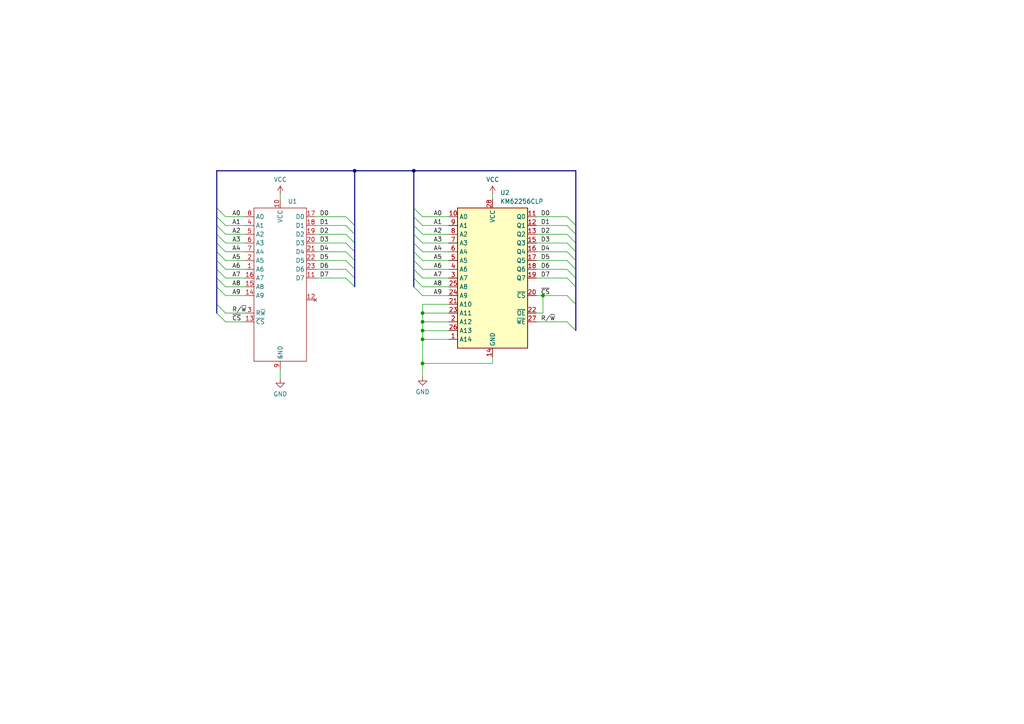
<source format=kicad_sch>
(kicad_sch (version 20230121) (generator eeschema)
  (paper "A4")
  (lib_symbols
    (symbol "KIM-1:8x6102"
      (property "Reference" "U" (at -6.35 46.99 0))
      (property "Value" "8x6102" (at 3.81 46.99 0))
      (symbol "8x6102_0_1"
        (rectangle (start -7.62 45.72) (end 7.62 1.27))
      )
      (symbol "8x6102_1_1"
        (pin input line (at -10.16 27.94 0) (length 2.54) (name "A6") (number "1"))
        (pin power_in line (at 0 48.26 270) (length 2.54) (name "VCC") (number "10"))
        (pin input line (at 10.16 25.4 180) (length 2.54) (name "D7") (number "11"))
        (pin no_connect line (at 10.16 19.05 180) (length 2.54) (name "") (number "12"))
        (pin input line (at -10.16 12.7 0) (length 2.54) (name "~{CS}") (number "13"))
        (pin input line (at -10.16 20.32 0) (length 2.54) (name "A9") (number "14"))
        (pin input line (at -10.16 22.86 0) (length 2.54) (name "A8") (number "15"))
        (pin input line (at -10.16 25.4 0) (length 2.54) (name "A7") (number "16"))
        (pin input line (at 10.16 43.18 180) (length 2.54) (name "D0") (number "17"))
        (pin input line (at 10.16 40.64 180) (length 2.54) (name "D1") (number "18"))
        (pin input line (at 10.16 38.1 180) (length 2.54) (name "D2") (number "19"))
        (pin input line (at -10.16 30.48 0) (length 2.54) (name "A5") (number "2"))
        (pin input line (at 10.16 35.56 180) (length 2.54) (name "D3") (number "20"))
        (pin input line (at 10.16 33.02 180) (length 2.54) (name "D4") (number "21"))
        (pin input line (at 10.16 30.48 180) (length 2.54) (name "D5") (number "22"))
        (pin input line (at 10.16 27.94 180) (length 2.54) (name "D6") (number "23"))
        (pin input line (at -10.16 15.24 0) (length 2.54) (name "R~{W}") (number "3"))
        (pin input line (at -10.16 40.64 0) (length 2.54) (name "A1") (number "4"))
        (pin input line (at -10.16 38.1 0) (length 2.54) (name "A2") (number "5"))
        (pin input line (at -10.16 35.56 0) (length 2.54) (name "A3") (number "6"))
        (pin input line (at -10.16 33.02 0) (length 2.54) (name "A4") (number "7"))
        (pin input line (at -10.16 43.18 0) (length 2.54) (name "A0") (number "8"))
        (pin power_in line (at 0 -1.27 90) (length 2.54) (name "GND") (number "9"))
      )
    )
    (symbol "Memory_RAM:KM62256CLP"
      (property "Reference" "U" (at -10.16 20.955 0))
      (property "Value" "KM62256CLP" (at 2.54 20.955 0))
      (symbol "KM62256CLP_0_0"
        (pin power_in line (at 0 -22.86 90) (length 2.54) (name "GND") (number "14"))
        (pin power_in line (at 0 22.86 270) (length 2.54) (name "VCC") (number "28"))
      )
      (symbol "KM62256CLP_0_1"
        (rectangle (start -10.16 20.32) (end 10.16 -20.32) (stroke (width 0.254)) (fill (type background)))
      )
      (symbol "KM62256CLP_1_1"
        (pin input line (at -12.7 -17.78 0) (length 2.54) (name "A14") (number "1"))
        (pin input line (at -12.7 17.78 0) (length 2.54) (name "A0") (number "10"))
        (pin tri_state line (at 12.7 17.78 180) (length 2.54) (name "Q0") (number "11"))
        (pin tri_state line (at 12.7 15.24 180) (length 2.54) (name "Q1") (number "12"))
        (pin tri_state line (at 12.7 12.7 180) (length 2.54) (name "Q2") (number "13"))
        (pin tri_state line (at 12.7 10.16 180) (length 2.54) (name "Q3") (number "15"))
        (pin tri_state line (at 12.7 7.62 180) (length 2.54) (name "Q4") (number "16"))
        (pin tri_state line (at 12.7 5.08 180) (length 2.54) (name "Q5") (number "17"))
        (pin tri_state line (at 12.7 2.54 180) (length 2.54) (name "Q6") (number "18"))
        (pin tri_state line (at 12.7 0 180) (length 2.54) (name "Q7") (number "19"))
        (pin input line (at -12.7 -12.7 0) (length 2.54) (name "A12") (number "2"))
        (pin input line (at 12.7 -5.08 180) (length 2.54) (name "~{CS}") (number "20"))
        (pin input line (at -12.7 -7.62 0) (length 2.54) (name "A10") (number "21"))
        (pin input line (at 12.7 -10.16 180) (length 2.54) (name "~{OE}") (number "22"))
        (pin input line (at -12.7 -10.16 0) (length 2.54) (name "A11") (number "23"))
        (pin input line (at -12.7 -5.08 0) (length 2.54) (name "A9") (number "24"))
        (pin input line (at -12.7 -2.54 0) (length 2.54) (name "A8") (number "25"))
        (pin input line (at -12.7 -15.24 0) (length 2.54) (name "A13") (number "26"))
        (pin input line (at 12.7 -12.7 180) (length 2.54) (name "~{WE}") (number "27"))
        (pin input line (at -12.7 0 0) (length 2.54) (name "A7") (number "3"))
        (pin input line (at -12.7 2.54 0) (length 2.54) (name "A6") (number "4"))
        (pin input line (at -12.7 5.08 0) (length 2.54) (name "A5") (number "5"))
        (pin input line (at -12.7 7.62 0) (length 2.54) (name "A4") (number "6"))
        (pin input line (at -12.7 10.16 0) (length 2.54) (name "A3") (number "7"))
        (pin input line (at -12.7 12.7 0) (length 2.54) (name "A2") (number "8"))
        (pin input line (at -12.7 15.24 0) (length 2.54) (name "A1") (number "9"))
      )
    )
    (symbol "power:GND" (power) (pin_names (offset 0))
      (property "Value" "GND" (at 0 -3.81 0))
      (symbol "GND_0_1"
        (polyline (pts (xy 0 0) (xy 0 -1.27) (xy 1.27 -1.27) (xy 0 -2.54) (xy -1.27 -1.27) (xy 0 -1.27)))
      )
      (symbol "GND_1_1"
        (pin power_in line (at 0 0 270) (length 0) hide (name "GND") (number "1"))
      )
    )
    (symbol "power:VCC" (power) (pin_names (offset 0))
      (property "Value" "VCC" (at 0 3.81 0))
      (symbol "VCC_0_1"
        (polyline (pts (xy -0.762 1.27) (xy 0 2.54)))
        (polyline (pts (xy 0 0) (xy 0 2.54)))
        (polyline (pts (xy 0 2.54) (xy 0.762 1.27)))
      )
      (symbol "VCC_1_1"
        (pin power_in line (at 0 0 90) (length 0) hide (name "VCC") (number "1"))
      )
    )
  )
  (junction (at 120.015 49.53))
  (junction (at 122.555 98.425))
  (junction (at 102.87 49.53))
  (junction (at 122.555 95.885))
  (junction (at 157.48 85.725))
  (junction (at 122.555 93.345))
  (junction (at 122.555 105.41))
  (junction (at 122.555 90.805))
  (bus_entry (at 120.015 60.325) (size 2.54 2.54))
  (bus_entry (at 62.865 88.265) (size 2.54 2.54))
  (bus_entry (at 62.865 60.325) (size 2.54 2.54))
  (bus_entry (at 100.33 73.025) (size 2.54 2.54))
  (bus_entry (at 164.465 65.405) (size 2.54 2.54))
  (bus_entry (at 62.865 75.565) (size 2.54 2.54))
  (bus_entry (at 100.33 70.485) (size 2.54 2.54))
  (bus_entry (at 120.015 83.185) (size 2.54 2.54))
  (bus_entry (at 120.015 75.565) (size 2.54 2.54))
  (bus_entry (at 100.33 67.945) (size 2.54 2.54))
  (bus_entry (at 164.465 70.485) (size 2.54 2.54))
  (bus_entry (at 164.465 93.345) (size 2.54 2.54))
  (bus_entry (at 120.015 73.025) (size 2.54 2.54))
  (bus_entry (at 164.465 80.645) (size 2.54 2.54))
  (bus_entry (at 164.465 75.565) (size 2.54 2.54))
  (bus_entry (at 62.865 78.105) (size 2.54 2.54))
  (bus_entry (at 62.865 67.945) (size 2.54 2.54))
  (bus_entry (at 62.865 65.405) (size 2.54 2.54))
  (bus_entry (at 164.465 67.945) (size 2.54 2.54))
  (bus_entry (at 62.865 90.805) (size 2.54 2.54))
  (bus_entry (at 62.865 70.485) (size 2.54 2.54))
  (bus_entry (at 62.865 80.645) (size 2.54 2.54))
  (bus_entry (at 62.865 83.185) (size 2.54 2.54))
  (bus_entry (at 120.015 65.405) (size 2.54 2.54))
  (bus_entry (at 164.465 85.725) (size 2.54 2.54))
  (bus_entry (at 100.33 62.865) (size 2.54 2.54))
  (bus_entry (at 120.015 80.645) (size 2.54 2.54))
  (bus_entry (at 164.465 62.865) (size 2.54 2.54))
  (bus_entry (at 120.015 67.945) (size 2.54 2.54))
  (bus_entry (at 100.33 65.405) (size 2.54 2.54))
  (bus_entry (at 62.865 73.025) (size 2.54 2.54))
  (bus_entry (at 100.33 75.565) (size 2.54 2.54))
  (bus_entry (at 100.33 78.105) (size 2.54 2.54))
  (bus_entry (at 164.465 73.025) (size 2.54 2.54))
  (bus_entry (at 120.015 70.485) (size 2.54 2.54))
  (bus_entry (at 100.33 80.645) (size 2.54 2.54))
  (bus_entry (at 120.015 78.105) (size 2.54 2.54))
  (bus_entry (at 120.015 62.865) (size 2.54 2.54))
  (bus_entry (at 62.865 62.865) (size 2.54 2.54))
  (bus_entry (at 164.465 78.105) (size 2.54 2.54))
  (wire (pts (xy 91.44 67.945) (xy 100.33 67.945)))
  (bus (pts (xy 120.015 62.865) (xy 120.015 60.325)))
  (bus (pts (xy 62.865 60.325) (xy 62.865 62.865)))
  (wire (pts (xy 122.555 93.345) (xy 122.555 95.885)))
  (wire (pts (xy 65.405 90.805) (xy 71.12 90.805)))
  (wire (pts (xy 122.555 65.405) (xy 130.175 65.405)))
  (bus (pts (xy 102.87 65.405) (xy 102.87 49.53)))
  (wire (pts (xy 122.555 95.885) (xy 130.175 95.885)))
  (bus (pts (xy 120.015 65.405) (xy 120.015 62.865)))
  (wire (pts (xy 65.405 93.345) (xy 71.12 93.345)))
  (wire (pts (xy 157.48 85.725) (xy 164.465 85.725)))
  (wire (pts (xy 81.28 56.515) (xy 81.28 57.785)))
  (bus (pts (xy 62.865 65.405) (xy 62.865 67.945)))
  (bus (pts (xy 120.015 78.105) (xy 120.015 75.565)))
  (bus (pts (xy 167.005 70.485) (xy 167.005 67.945)))
  (wire (pts (xy 122.555 73.025) (xy 130.175 73.025)))
  (bus (pts (xy 62.865 80.645) (xy 62.865 83.185)))
  (bus (pts (xy 102.87 49.53) (xy 62.865 49.53)))
  (bus (pts (xy 167.005 65.405) (xy 167.005 49.53)))
  (wire (pts (xy 65.405 85.725) (xy 71.12 85.725)))
  (wire (pts (xy 65.405 73.025) (xy 71.12 73.025)))
  (wire (pts (xy 155.575 75.565) (xy 164.465 75.565)))
  (wire (pts (xy 155.575 80.645) (xy 164.465 80.645)))
  (bus (pts (xy 102.87 78.105) (xy 102.87 75.565)))
  (wire (pts (xy 122.555 90.805) (xy 130.175 90.805)))
  (wire (pts (xy 155.575 67.945) (xy 164.465 67.945)))
  (wire (pts (xy 91.44 65.405) (xy 100.33 65.405)))
  (wire (pts (xy 65.405 65.405) (xy 71.12 65.405)))
  (wire (pts (xy 91.44 80.645) (xy 100.33 80.645)))
  (bus (pts (xy 167.005 88.265) (xy 167.005 83.185)))
  (wire (pts (xy 91.44 70.485) (xy 100.33 70.485)))
  (bus (pts (xy 62.865 90.805) (xy 62.865 88.265)))
  (bus (pts (xy 120.015 78.105) (xy 120.015 80.645)))
  (wire (pts (xy 155.575 90.805) (xy 157.48 90.805)))
  (bus (pts (xy 62.865 75.565) (xy 62.865 78.105)))
  (bus (pts (xy 167.005 73.025) (xy 167.005 70.485)))
  (bus (pts (xy 102.87 75.565) (xy 102.87 73.025)))
  (wire (pts (xy 122.555 88.265) (xy 122.555 90.805)))
  (bus (pts (xy 62.865 73.025) (xy 62.865 75.565)))
  (wire (pts (xy 81.28 107.315) (xy 81.28 109.855)))
  (bus (pts (xy 167.005 75.565) (xy 167.005 73.025)))
  (wire (pts (xy 142.875 105.41) (xy 122.555 105.41)))
  (wire (pts (xy 65.405 78.105) (xy 71.12 78.105)))
  (wire (pts (xy 142.875 103.505) (xy 142.875 105.41)))
  (wire (pts (xy 91.44 78.105) (xy 100.33 78.105)))
  (bus (pts (xy 167.005 49.53) (xy 120.015 49.53)))
  (wire (pts (xy 91.44 73.025) (xy 100.33 73.025)))
  (wire (pts (xy 155.575 73.025) (xy 164.465 73.025)))
  (bus (pts (xy 102.87 70.485) (xy 102.87 73.025)))
  (wire (pts (xy 155.575 62.865) (xy 164.465 62.865)))
  (bus (pts (xy 102.87 70.485) (xy 102.87 67.945)))
  (bus (pts (xy 120.015 75.565) (xy 120.015 73.025)))
  (wire (pts (xy 157.48 90.805) (xy 157.48 85.725)))
  (wire (pts (xy 122.555 75.565) (xy 130.175 75.565)))
  (bus (pts (xy 167.005 95.885) (xy 167.005 88.265)))
  (bus (pts (xy 120.015 49.53) (xy 102.87 49.53)))
  (wire (pts (xy 65.405 83.185) (xy 71.12 83.185)))
  (bus (pts (xy 120.015 73.025) (xy 120.015 70.485)))
  (bus (pts (xy 62.865 62.865) (xy 62.865 65.405)))
  (bus (pts (xy 120.015 60.325) (xy 120.015 49.53)))
  (wire (pts (xy 155.575 70.485) (xy 164.465 70.485)))
  (bus (pts (xy 62.865 67.945) (xy 62.865 70.485)))
  (wire (pts (xy 122.555 78.105) (xy 130.175 78.105)))
  (wire (pts (xy 122.555 70.485) (xy 130.175 70.485)))
  (wire (pts (xy 155.575 65.405) (xy 164.465 65.405)))
  (bus (pts (xy 102.87 80.645) (xy 102.87 78.105)))
  (bus (pts (xy 62.865 49.53) (xy 62.865 60.325)))
  (wire (pts (xy 122.555 83.185) (xy 130.175 83.185)))
  (wire (pts (xy 142.875 56.515) (xy 142.875 57.785)))
  (wire (pts (xy 122.555 98.425) (xy 122.555 105.41)))
  (wire (pts (xy 122.555 90.805) (xy 122.555 93.345)))
  (wire (pts (xy 65.405 62.865) (xy 71.12 62.865)))
  (bus (pts (xy 167.005 80.645) (xy 167.005 78.105)))
  (wire (pts (xy 65.405 80.645) (xy 71.12 80.645)))
  (wire (pts (xy 155.575 93.345) (xy 164.465 93.345)))
  (wire (pts (xy 91.44 75.565) (xy 100.33 75.565)))
  (bus (pts (xy 167.005 83.185) (xy 167.005 80.645)))
  (wire (pts (xy 122.555 62.865) (xy 130.175 62.865)))
  (bus (pts (xy 120.015 67.945) (xy 120.015 70.485)))
  (wire (pts (xy 65.405 67.945) (xy 71.12 67.945)))
  (wire (pts (xy 122.555 95.885) (xy 122.555 98.425)))
  (wire (pts (xy 65.405 70.485) (xy 71.12 70.485)))
  (bus (pts (xy 102.87 83.185) (xy 102.87 80.645)))
  (bus (pts (xy 62.865 83.185) (xy 62.865 88.265)))
  (bus (pts (xy 62.865 78.105) (xy 62.865 80.645)))
  (wire (pts (xy 122.555 98.425) (xy 130.175 98.425)))
  (wire (pts (xy 91.44 62.865) (xy 100.33 62.865)))
  (wire (pts (xy 155.575 85.725) (xy 157.48 85.725)))
  (bus (pts (xy 102.87 67.945) (xy 102.87 65.405)))
  (wire (pts (xy 122.555 88.265) (xy 130.175 88.265)))
  (wire (pts (xy 122.555 80.645) (xy 130.175 80.645)))
  (bus (pts (xy 62.865 70.485) (xy 62.865 73.025)))
  (bus (pts (xy 120.015 83.185) (xy 120.015 80.645)))
  (wire (pts (xy 122.555 105.41) (xy 122.555 109.22)))
  (bus (pts (xy 167.005 78.105) (xy 167.005 75.565)))
  (wire (pts (xy 155.575 78.105) (xy 164.465 78.105)))
  (wire (pts (xy 122.555 85.725) (xy 130.175 85.725)))
  (bus (pts (xy 167.005 67.945) (xy 167.005 65.405)))
  (wire (pts (xy 122.555 67.945) (xy 130.175 67.945)))
  (bus (pts (xy 120.015 67.945) (xy 120.015 65.405)))
  (wire (pts (xy 65.405 75.565) (xy 71.12 75.565)))
  (wire (pts (xy 122.555 93.345) (xy 130.175 93.345)))
  (label "R{slash}~{W}" (at 156.845 93.345 0))
  (label "D4" (at 156.845 73.025 0))
  (label "A7" (at 125.73 80.645 0))
  (label "A2" (at 67.31 67.945 0))
  (label "A5" (at 125.73 75.565 0))
  (label "A1" (at 67.31 65.405 0))
  (label "D0" (at 156.845 62.865 0))
  (label "A3" (at 67.31 70.485 0))
  (label "D7" (at 156.845 80.645 0))
  (label "A4" (at 67.31 73.025 0))
  (label "D4" (at 92.71 73.025 0))
  (label "D3" (at 156.845 70.485 0))
  (label "D5" (at 92.71 75.565 0))
  (label "A9" (at 125.73 85.725 0))
  (label "D1" (at 156.845 65.405 0))
  (label "A4" (at 125.73 73.025 0))
  (label "A6" (at 67.31 78.105 0))
  (label "A8" (at 67.31 83.185 0))
  (label "A8" (at 125.73 83.185 0))
  (label "D0" (at 92.71 62.865 0))
  (label "D7" (at 92.71 80.645 0))
  (label "R{slash}~{W}" (at 67.31 90.805 0))
  (label "A0" (at 67.31 62.865 0))
  (label "D2" (at 92.71 67.945 0))
  (label "D5" (at 156.845 75.565 0))
  (label "A5" (at 67.31 75.565 0))
  (label "A6" (at 125.73 78.105 0))
  (label "A9" (at 67.31 85.725 0))
  (label "D6" (at 156.845 78.105 0))
  (label "A3" (at 125.73 70.485 0))
  (label "D1" (at 92.71 65.405 0))
  (label "A1" (at 125.73 65.405 0))
  (label "A7" (at 67.31 80.645 0))
  (label "A2" (at 125.73 67.945 0))
  (label "A0" (at 125.73 62.865 0))
  (label "D3" (at 92.71 70.485 0))
  (label "~{CS}" (at 156.845 85.725 0))
  (label "~{CS}" (at 67.31 93.345 0))
  (label "D2" (at 156.845 67.945 0))
  (label "D6" (at 92.71 78.105 0))
  (symbol (lib_id "power:GND") (at 81.28 109.855 0) (unit 1)
    (property "Reference" "#PWR04" (effects hide))
    (property "Value" "GND" (at 81.28 114.3 0))
  )
  (symbol (lib_id "KIM-1:8x6102") (at 81.28 106.045 0) (unit 1)
    (property "Reference" "U1" (at 83.4741 58.42 0) (effects (justify left)))
    (property "Value" "~" (at 81.28 103.505 0))
    (property "Footprint" "KIM-1:8x6102" (effects hide))
  )
  (symbol (lib_id "Memory_RAM:KM62256CLP") (at 142.875 80.645 0) (unit 1)
    (property "Reference" "U2" (at 145.0691 55.88 0) (effects (justify left)))
    (property "Value" "KM62256CLP" (at 145.0691 58.42 0) (effects (justify left)))
    (property "Footprint" "Package_DIP:DIP-28_W15.24mm" (effects hide))
    (property "Datasheet" "https://www.futurlec.com/Datasheet/Memory/62256.pdf" (effects hide))
  )
  (symbol (lib_id "power:GND") (at 122.555 109.22 0) (unit 1)
    (property "Reference" "#PWR01" (effects hide))
    (property "Value" "GND" (at 122.555 113.665 0))
  )
  (symbol (lib_id "power:VCC") (at 81.28 56.515 0) (unit 1)
    (property "Reference" "#PWR03" (effects hide))
    (property "Value" "VCC" (at 81.28 52.07 0))
  )
  (symbol (lib_id "power:VCC") (at 142.875 56.515 0) (unit 1)
    (property "Reference" "#PWR02" (effects hide))
    (property "Value" "VCC" (at 142.875 52.07 0))
  )
)
</source>
